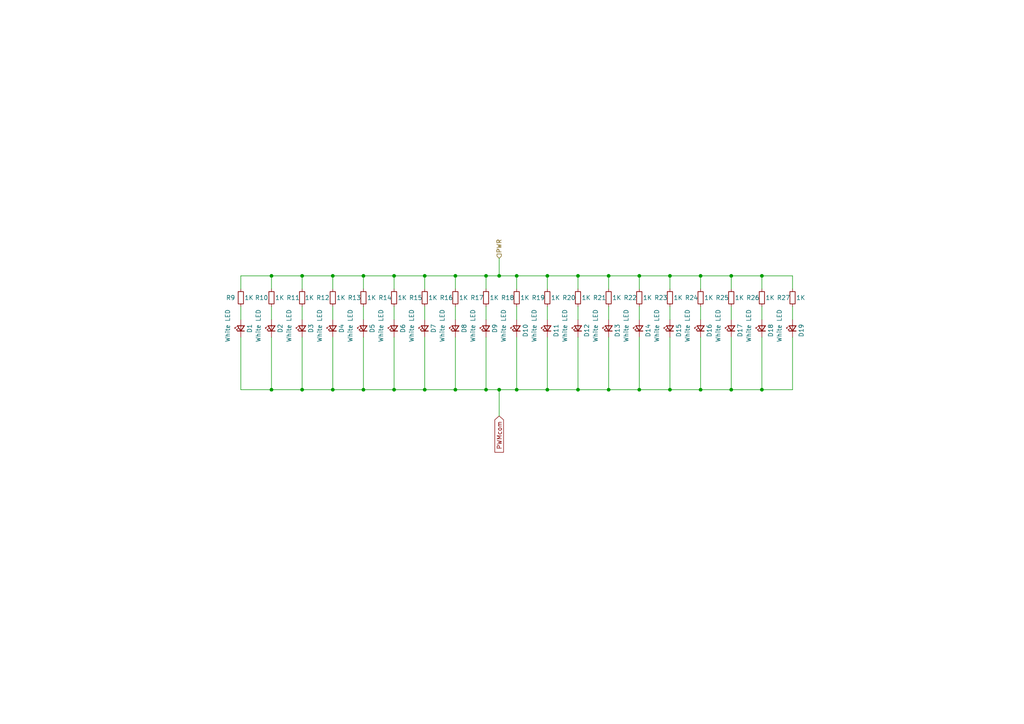
<source format=kicad_sch>
(kicad_sch
	(version 20231120)
	(generator "eeschema")
	(generator_version "8.0")
	(uuid "8bb0044f-7639-436b-bfe7-133e77b53923")
	(paper "A4")
	(title_block
		(title "Backlight for DSKY Keyboard")
		(date "2024-07-03")
		(rev "0.5.x")
		(company "Pablo Ortiz López, Evan MacDonald")
	)
	(lib_symbols
		(symbol "Device:LED_Small"
			(pin_numbers hide)
			(pin_names
				(offset 0.254) hide)
			(exclude_from_sim no)
			(in_bom yes)
			(on_board yes)
			(property "Reference" "D"
				(at -1.27 3.175 0)
				(effects
					(font
						(size 1.27 1.27)
					)
					(justify left)
				)
			)
			(property "Value" "LED_Small"
				(at -4.445 -2.54 0)
				(effects
					(font
						(size 1.27 1.27)
					)
					(justify left)
				)
			)
			(property "Footprint" ""
				(at 0 0 90)
				(effects
					(font
						(size 1.27 1.27)
					)
					(hide yes)
				)
			)
			(property "Datasheet" "~"
				(at 0 0 90)
				(effects
					(font
						(size 1.27 1.27)
					)
					(hide yes)
				)
			)
			(property "Description" "Light emitting diode, small symbol"
				(at 0 0 0)
				(effects
					(font
						(size 1.27 1.27)
					)
					(hide yes)
				)
			)
			(property "ki_keywords" "LED diode light-emitting-diode"
				(at 0 0 0)
				(effects
					(font
						(size 1.27 1.27)
					)
					(hide yes)
				)
			)
			(property "ki_fp_filters" "LED* LED_SMD:* LED_THT:*"
				(at 0 0 0)
				(effects
					(font
						(size 1.27 1.27)
					)
					(hide yes)
				)
			)
			(symbol "LED_Small_0_1"
				(polyline
					(pts
						(xy -0.762 -1.016) (xy -0.762 1.016)
					)
					(stroke
						(width 0.254)
						(type default)
					)
					(fill
						(type none)
					)
				)
				(polyline
					(pts
						(xy 1.016 0) (xy -0.762 0)
					)
					(stroke
						(width 0)
						(type default)
					)
					(fill
						(type none)
					)
				)
				(polyline
					(pts
						(xy 0.762 -1.016) (xy -0.762 0) (xy 0.762 1.016) (xy 0.762 -1.016)
					)
					(stroke
						(width 0.254)
						(type default)
					)
					(fill
						(type none)
					)
				)
				(polyline
					(pts
						(xy 0 0.762) (xy -0.508 1.27) (xy -0.254 1.27) (xy -0.508 1.27) (xy -0.508 1.016)
					)
					(stroke
						(width 0)
						(type default)
					)
					(fill
						(type none)
					)
				)
				(polyline
					(pts
						(xy 0.508 1.27) (xy 0 1.778) (xy 0.254 1.778) (xy 0 1.778) (xy 0 1.524)
					)
					(stroke
						(width 0)
						(type default)
					)
					(fill
						(type none)
					)
				)
			)
			(symbol "LED_Small_1_1"
				(pin passive line
					(at -2.54 0 0)
					(length 1.778)
					(name "K"
						(effects
							(font
								(size 1.27 1.27)
							)
						)
					)
					(number "1"
						(effects
							(font
								(size 1.27 1.27)
							)
						)
					)
				)
				(pin passive line
					(at 2.54 0 180)
					(length 1.778)
					(name "A"
						(effects
							(font
								(size 1.27 1.27)
							)
						)
					)
					(number "2"
						(effects
							(font
								(size 1.27 1.27)
							)
						)
					)
				)
			)
		)
		(symbol "Device:R_Small"
			(pin_numbers hide)
			(pin_names
				(offset 0.254) hide)
			(exclude_from_sim no)
			(in_bom yes)
			(on_board yes)
			(property "Reference" "R"
				(at 0.762 0.508 0)
				(effects
					(font
						(size 1.27 1.27)
					)
					(justify left)
				)
			)
			(property "Value" "R_Small"
				(at 0.762 -1.016 0)
				(effects
					(font
						(size 1.27 1.27)
					)
					(justify left)
				)
			)
			(property "Footprint" ""
				(at 0 0 0)
				(effects
					(font
						(size 1.27 1.27)
					)
					(hide yes)
				)
			)
			(property "Datasheet" "~"
				(at 0 0 0)
				(effects
					(font
						(size 1.27 1.27)
					)
					(hide yes)
				)
			)
			(property "Description" "Resistor, small symbol"
				(at 0 0 0)
				(effects
					(font
						(size 1.27 1.27)
					)
					(hide yes)
				)
			)
			(property "ki_keywords" "R resistor"
				(at 0 0 0)
				(effects
					(font
						(size 1.27 1.27)
					)
					(hide yes)
				)
			)
			(property "ki_fp_filters" "R_*"
				(at 0 0 0)
				(effects
					(font
						(size 1.27 1.27)
					)
					(hide yes)
				)
			)
			(symbol "R_Small_0_1"
				(rectangle
					(start -0.762 1.778)
					(end 0.762 -1.778)
					(stroke
						(width 0.2032)
						(type default)
					)
					(fill
						(type none)
					)
				)
			)
			(symbol "R_Small_1_1"
				(pin passive line
					(at 0 2.54 270)
					(length 0.762)
					(name "~"
						(effects
							(font
								(size 1.27 1.27)
							)
						)
					)
					(number "1"
						(effects
							(font
								(size 1.27 1.27)
							)
						)
					)
				)
				(pin passive line
					(at 0 -2.54 90)
					(length 0.762)
					(name "~"
						(effects
							(font
								(size 1.27 1.27)
							)
						)
					)
					(number "2"
						(effects
							(font
								(size 1.27 1.27)
							)
						)
					)
				)
			)
		)
	)
	(junction
		(at 149.86 80.01)
		(diameter 0)
		(color 0 0 0 0)
		(uuid "04b77c0d-3830-4fd6-8b30-3d04b6ecff4a")
	)
	(junction
		(at 87.63 80.01)
		(diameter 0)
		(color 0 0 0 0)
		(uuid "0a5fbc2f-066f-4d3d-b78a-399d6ded2801")
	)
	(junction
		(at 96.52 80.01)
		(diameter 0)
		(color 0 0 0 0)
		(uuid "1ec78f22-ded4-4ec2-9852-6d9723822468")
	)
	(junction
		(at 203.2 80.01)
		(diameter 0)
		(color 0 0 0 0)
		(uuid "1f26a5b1-0a73-4fb9-970d-82f748b17a55")
	)
	(junction
		(at 140.97 113.03)
		(diameter 0)
		(color 0 0 0 0)
		(uuid "2f3d22fd-4901-4720-810e-595fd12b0795")
	)
	(junction
		(at 140.97 80.01)
		(diameter 0)
		(color 0 0 0 0)
		(uuid "422cd4b3-7be8-43bb-9a25-cfe8e5c904cc")
	)
	(junction
		(at 212.09 80.01)
		(diameter 0)
		(color 0 0 0 0)
		(uuid "4668ed6e-cc57-49e8-a2b8-c3f10fa1de9c")
	)
	(junction
		(at 212.09 113.03)
		(diameter 0)
		(color 0 0 0 0)
		(uuid "4d9b0c26-76e8-4922-a326-f32e32d1e7f9")
	)
	(junction
		(at 114.3 80.01)
		(diameter 0)
		(color 0 0 0 0)
		(uuid "55828bd2-710a-4233-8d7f-041fd404e97a")
	)
	(junction
		(at 176.53 113.03)
		(diameter 0)
		(color 0 0 0 0)
		(uuid "6c48791a-8918-47ce-ad49-5ab6eecaf2be")
	)
	(junction
		(at 123.19 80.01)
		(diameter 0)
		(color 0 0 0 0)
		(uuid "6f7deb7f-063e-49b8-a30e-0400bd03bb88")
	)
	(junction
		(at 194.31 113.03)
		(diameter 0)
		(color 0 0 0 0)
		(uuid "7045bbee-f218-4bc3-b764-b64ef8d50fd5")
	)
	(junction
		(at 123.19 113.03)
		(diameter 0)
		(color 0 0 0 0)
		(uuid "711e5dcd-eecb-448b-adb6-e360006e6bee")
	)
	(junction
		(at 78.74 80.01)
		(diameter 0)
		(color 0 0 0 0)
		(uuid "74089a8b-7328-4c26-9501-1fdf79466418")
	)
	(junction
		(at 167.64 113.03)
		(diameter 0)
		(color 0 0 0 0)
		(uuid "7560bff0-fe10-428f-8dde-98a4e821a20a")
	)
	(junction
		(at 149.86 113.03)
		(diameter 0)
		(color 0 0 0 0)
		(uuid "89521f7b-553f-4f06-b149-f10921c0422a")
	)
	(junction
		(at 185.42 113.03)
		(diameter 0)
		(color 0 0 0 0)
		(uuid "8a0db543-0d83-467a-bb97-786e1cda2591")
	)
	(junction
		(at 96.52 113.03)
		(diameter 0)
		(color 0 0 0 0)
		(uuid "9c01b78f-fb2e-4939-9e40-6308ca8ca318")
	)
	(junction
		(at 105.41 80.01)
		(diameter 0)
		(color 0 0 0 0)
		(uuid "9e929072-baeb-4011-abd5-9d77aec6bd06")
	)
	(junction
		(at 105.41 113.03)
		(diameter 0)
		(color 0 0 0 0)
		(uuid "a067db46-087c-4fa9-b85f-8ae473a1da4d")
	)
	(junction
		(at 114.3 113.03)
		(diameter 0)
		(color 0 0 0 0)
		(uuid "a30939c6-473d-428c-93f1-91a0c88ef254")
	)
	(junction
		(at 158.75 113.03)
		(diameter 0)
		(color 0 0 0 0)
		(uuid "a31fc2b5-56cd-4fcb-b11c-13547c1ebb31")
	)
	(junction
		(at 194.31 80.01)
		(diameter 0)
		(color 0 0 0 0)
		(uuid "a6767055-5217-4f3f-89d1-d32f3f2d0b8f")
	)
	(junction
		(at 144.78 80.01)
		(diameter 0)
		(color 0 0 0 0)
		(uuid "c438592d-c7b3-49db-9e55-68e08c67e3dc")
	)
	(junction
		(at 220.98 80.01)
		(diameter 0)
		(color 0 0 0 0)
		(uuid "c753d6aa-fb2e-4a53-91a7-8cf57bb7c86b")
	)
	(junction
		(at 185.42 80.01)
		(diameter 0)
		(color 0 0 0 0)
		(uuid "cbb3eee3-116a-46f1-8ca8-bcafc4e6389f")
	)
	(junction
		(at 144.78 113.03)
		(diameter 0)
		(color 0 0 0 0)
		(uuid "ce5b23a2-9610-4b44-8e71-7ddd2999896b")
	)
	(junction
		(at 87.63 113.03)
		(diameter 0)
		(color 0 0 0 0)
		(uuid "d4599a55-86ba-4a66-996f-cda6095f16e5")
	)
	(junction
		(at 132.08 113.03)
		(diameter 0)
		(color 0 0 0 0)
		(uuid "d5355b23-aea3-4528-bdf6-6a485112c960")
	)
	(junction
		(at 167.64 80.01)
		(diameter 0)
		(color 0 0 0 0)
		(uuid "d89ed9bb-ce82-4cba-8549-0e75d177fd62")
	)
	(junction
		(at 158.75 80.01)
		(diameter 0)
		(color 0 0 0 0)
		(uuid "e0a3e15b-bddd-426e-8c7e-9ce93c37fcbc")
	)
	(junction
		(at 78.74 113.03)
		(diameter 0)
		(color 0 0 0 0)
		(uuid "e68bdce1-89d2-4662-bf02-f2b7737e3619")
	)
	(junction
		(at 203.2 113.03)
		(diameter 0)
		(color 0 0 0 0)
		(uuid "e6b92132-77e2-4dc7-89ba-b8b6078d0355")
	)
	(junction
		(at 132.08 80.01)
		(diameter 0)
		(color 0 0 0 0)
		(uuid "ea82382d-8105-4fba-b965-9deb4137d41c")
	)
	(junction
		(at 176.53 80.01)
		(diameter 0)
		(color 0 0 0 0)
		(uuid "ebf62e58-bde6-4c2d-9e5d-2b61adb378e5")
	)
	(junction
		(at 220.98 113.03)
		(diameter 0)
		(color 0 0 0 0)
		(uuid "f9549a02-25a9-4adb-83a8-a5974a31d7b0")
	)
	(wire
		(pts
			(xy 167.64 113.03) (xy 158.75 113.03)
		)
		(stroke
			(width 0)
			(type default)
		)
		(uuid "01dce50a-40d8-4eb9-b6a9-93b66a210413")
	)
	(wire
		(pts
			(xy 158.75 83.82) (xy 158.75 80.01)
		)
		(stroke
			(width 0)
			(type default)
		)
		(uuid "025d2c55-84ca-4868-b570-d57ffcd86ce4")
	)
	(wire
		(pts
			(xy 114.3 80.01) (xy 114.3 83.82)
		)
		(stroke
			(width 0)
			(type default)
		)
		(uuid "06c2ff72-3d73-4da8-bdd4-5dc64b1f6383")
	)
	(wire
		(pts
			(xy 96.52 88.9) (xy 96.52 92.71)
		)
		(stroke
			(width 0)
			(type default)
		)
		(uuid "084b3459-613b-4667-b53a-c647c297e0bb")
	)
	(wire
		(pts
			(xy 185.42 80.01) (xy 194.31 80.01)
		)
		(stroke
			(width 0)
			(type default)
		)
		(uuid "0c3ab75c-48ce-4cb2-83b3-f61104402a03")
	)
	(wire
		(pts
			(xy 203.2 113.03) (xy 194.31 113.03)
		)
		(stroke
			(width 0)
			(type default)
		)
		(uuid "0d688bd7-6513-482d-803b-5df376af1e19")
	)
	(wire
		(pts
			(xy 144.78 74.93) (xy 144.78 80.01)
		)
		(stroke
			(width 0)
			(type default)
		)
		(uuid "13f91796-da72-4e04-9923-43fbe2f26489")
	)
	(wire
		(pts
			(xy 185.42 83.82) (xy 185.42 80.01)
		)
		(stroke
			(width 0)
			(type default)
		)
		(uuid "15f0be4f-3423-484d-a596-0ac26d26ac0f")
	)
	(wire
		(pts
			(xy 167.64 80.01) (xy 158.75 80.01)
		)
		(stroke
			(width 0)
			(type default)
		)
		(uuid "16af26cb-6c02-4efa-add7-04e264def702")
	)
	(wire
		(pts
			(xy 140.97 80.01) (xy 144.78 80.01)
		)
		(stroke
			(width 0)
			(type default)
		)
		(uuid "1816b2f8-00bf-4326-b1fb-46c5238e6d22")
	)
	(wire
		(pts
			(xy 220.98 92.71) (xy 220.98 88.9)
		)
		(stroke
			(width 0)
			(type default)
		)
		(uuid "1c109784-6ce2-44dd-89fd-00d5b0f70e4f")
	)
	(wire
		(pts
			(xy 144.78 113.03) (xy 144.78 120.65)
		)
		(stroke
			(width 0)
			(type default)
		)
		(uuid "270c2c4b-01e8-464f-a0c2-d52011648e36")
	)
	(wire
		(pts
			(xy 105.41 80.01) (xy 105.41 83.82)
		)
		(stroke
			(width 0)
			(type default)
		)
		(uuid "287b97f5-7c94-48c1-9f46-b56a4043c122")
	)
	(wire
		(pts
			(xy 132.08 80.01) (xy 123.19 80.01)
		)
		(stroke
			(width 0)
			(type default)
		)
		(uuid "28e727d8-a3db-4e4c-b77b-f9292de1aa92")
	)
	(wire
		(pts
			(xy 194.31 97.79) (xy 194.31 113.03)
		)
		(stroke
			(width 0)
			(type default)
		)
		(uuid "296ad1db-670b-4f58-9b42-fa892f9e44d7")
	)
	(wire
		(pts
			(xy 87.63 88.9) (xy 87.63 92.71)
		)
		(stroke
			(width 0)
			(type default)
		)
		(uuid "29bb604b-ff0e-41bb-a6bf-f3b60d7dc23d")
	)
	(wire
		(pts
			(xy 149.86 92.71) (xy 149.86 88.9)
		)
		(stroke
			(width 0)
			(type default)
		)
		(uuid "30d5acfb-f6c9-4c4c-b9ae-60fb49708712")
	)
	(wire
		(pts
			(xy 123.19 80.01) (xy 114.3 80.01)
		)
		(stroke
			(width 0)
			(type default)
		)
		(uuid "35404528-bd54-4a2b-ae36-cb3757ae83fa")
	)
	(wire
		(pts
			(xy 149.86 97.79) (xy 149.86 113.03)
		)
		(stroke
			(width 0)
			(type default)
		)
		(uuid "36497921-ecba-4229-9f22-30b12a4e7b30")
	)
	(wire
		(pts
			(xy 203.2 97.79) (xy 203.2 113.03)
		)
		(stroke
			(width 0)
			(type default)
		)
		(uuid "387efda8-2ec5-424d-8523-c4a1bc015336")
	)
	(wire
		(pts
			(xy 96.52 80.01) (xy 87.63 80.01)
		)
		(stroke
			(width 0)
			(type default)
		)
		(uuid "3bca2c6e-14ad-4804-a738-d68777b96937")
	)
	(wire
		(pts
			(xy 229.87 92.71) (xy 229.87 88.9)
		)
		(stroke
			(width 0)
			(type default)
		)
		(uuid "3c28c46d-c607-43d4-b33d-c1de89a4d931")
	)
	(wire
		(pts
			(xy 176.53 80.01) (xy 185.42 80.01)
		)
		(stroke
			(width 0)
			(type default)
		)
		(uuid "3e657295-4a6b-47ca-85be-e3d32aab4cc7")
	)
	(wire
		(pts
			(xy 78.74 80.01) (xy 69.85 80.01)
		)
		(stroke
			(width 0)
			(type default)
		)
		(uuid "3e6cd662-d103-4f33-8125-2b1b1bc7b6fc")
	)
	(wire
		(pts
			(xy 149.86 83.82) (xy 149.86 80.01)
		)
		(stroke
			(width 0)
			(type default)
		)
		(uuid "3e6e7a1c-2ede-4672-b741-51666f1dfdea")
	)
	(wire
		(pts
			(xy 220.98 80.01) (xy 212.09 80.01)
		)
		(stroke
			(width 0)
			(type default)
		)
		(uuid "411d9daa-c07f-471e-80ec-9a6130fa9034")
	)
	(wire
		(pts
			(xy 114.3 113.03) (xy 105.41 113.03)
		)
		(stroke
			(width 0)
			(type default)
		)
		(uuid "41bbe0db-373b-459e-89c9-f08f331da3d0")
	)
	(wire
		(pts
			(xy 69.85 80.01) (xy 69.85 83.82)
		)
		(stroke
			(width 0)
			(type default)
		)
		(uuid "47ab66c1-5a59-4e4e-b47c-647723871d86")
	)
	(wire
		(pts
			(xy 229.87 97.79) (xy 229.87 113.03)
		)
		(stroke
			(width 0)
			(type default)
		)
		(uuid "4d2f85d3-9d40-4e61-a064-19b6cf97b5e5")
	)
	(wire
		(pts
			(xy 185.42 113.03) (xy 176.53 113.03)
		)
		(stroke
			(width 0)
			(type default)
		)
		(uuid "4de915fd-281e-4c95-afb1-29139f87061b")
	)
	(wire
		(pts
			(xy 87.63 80.01) (xy 87.63 83.82)
		)
		(stroke
			(width 0)
			(type default)
		)
		(uuid "4f845e44-f302-4f2c-b562-daa82f802b69")
	)
	(wire
		(pts
			(xy 105.41 80.01) (xy 96.52 80.01)
		)
		(stroke
			(width 0)
			(type default)
		)
		(uuid "5b50be9d-8ea7-455d-a585-eac879389bc7")
	)
	(wire
		(pts
			(xy 69.85 113.03) (xy 69.85 97.79)
		)
		(stroke
			(width 0)
			(type default)
		)
		(uuid "5ccbba7d-d1a0-4c76-9ef8-12713cdd18c6")
	)
	(wire
		(pts
			(xy 220.98 97.79) (xy 220.98 113.03)
		)
		(stroke
			(width 0)
			(type default)
		)
		(uuid "608ae540-f47c-40aa-a4ab-88fcc599241c")
	)
	(wire
		(pts
			(xy 176.53 97.79) (xy 176.53 113.03)
		)
		(stroke
			(width 0)
			(type default)
		)
		(uuid "6131bf4a-ea4a-44ef-9ca5-958e75553c62")
	)
	(wire
		(pts
			(xy 194.31 92.71) (xy 194.31 88.9)
		)
		(stroke
			(width 0)
			(type default)
		)
		(uuid "62e1aa30-dbf4-4c16-b7e9-52b591b2dbea")
	)
	(wire
		(pts
			(xy 123.19 80.01) (xy 123.19 83.82)
		)
		(stroke
			(width 0)
			(type default)
		)
		(uuid "6bc7d3e5-8465-4679-ac38-1b212bb1bbdd")
	)
	(wire
		(pts
			(xy 176.53 92.71) (xy 176.53 88.9)
		)
		(stroke
			(width 0)
			(type default)
		)
		(uuid "6fc25b46-f027-4706-b7f7-b70957d41855")
	)
	(wire
		(pts
			(xy 194.31 113.03) (xy 185.42 113.03)
		)
		(stroke
			(width 0)
			(type default)
		)
		(uuid "7346629b-e009-416c-9168-13024029ce92")
	)
	(wire
		(pts
			(xy 158.75 97.79) (xy 158.75 113.03)
		)
		(stroke
			(width 0)
			(type default)
		)
		(uuid "7353e2c0-a8a0-4e10-bcd3-6cbc1ee71f3a")
	)
	(wire
		(pts
			(xy 78.74 97.79) (xy 78.74 113.03)
		)
		(stroke
			(width 0)
			(type default)
		)
		(uuid "74ea9727-84d8-4cce-b8cc-06185612076f")
	)
	(wire
		(pts
			(xy 140.97 113.03) (xy 132.08 113.03)
		)
		(stroke
			(width 0)
			(type default)
		)
		(uuid "77d15487-44f7-47b6-98f4-3e07a1ae5674")
	)
	(wire
		(pts
			(xy 144.78 113.03) (xy 149.86 113.03)
		)
		(stroke
			(width 0)
			(type default)
		)
		(uuid "7bc8d43d-6f94-4aad-8528-89ce3e9c6720")
	)
	(wire
		(pts
			(xy 203.2 92.71) (xy 203.2 88.9)
		)
		(stroke
			(width 0)
			(type default)
		)
		(uuid "7e94e24d-c478-437d-8066-33e5cff738c8")
	)
	(wire
		(pts
			(xy 167.64 97.79) (xy 167.64 113.03)
		)
		(stroke
			(width 0)
			(type default)
		)
		(uuid "7ef6351f-c1eb-4adf-ab81-f890710bdcd5")
	)
	(wire
		(pts
			(xy 87.63 113.03) (xy 78.74 113.03)
		)
		(stroke
			(width 0)
			(type default)
		)
		(uuid "824c7897-86fc-4c57-b4ea-a8159328ec12")
	)
	(wire
		(pts
			(xy 203.2 83.82) (xy 203.2 80.01)
		)
		(stroke
			(width 0)
			(type default)
		)
		(uuid "8b088588-6f4d-4273-bd1a-ecab830a5de6")
	)
	(wire
		(pts
			(xy 212.09 113.03) (xy 220.98 113.03)
		)
		(stroke
			(width 0)
			(type default)
		)
		(uuid "8d4f43b8-ebb9-4695-a32c-348103a4fc48")
	)
	(wire
		(pts
			(xy 105.41 113.03) (xy 96.52 113.03)
		)
		(stroke
			(width 0)
			(type default)
		)
		(uuid "8dfdeee9-0835-46b6-bace-403657c006aa")
	)
	(wire
		(pts
			(xy 176.53 80.01) (xy 167.64 80.01)
		)
		(stroke
			(width 0)
			(type default)
		)
		(uuid "923e73ee-1653-4d7d-afcd-1fe2c5296076")
	)
	(wire
		(pts
			(xy 132.08 88.9) (xy 132.08 92.71)
		)
		(stroke
			(width 0)
			(type default)
		)
		(uuid "939973be-20b0-4a5e-8cb3-50b2dcd564b3")
	)
	(wire
		(pts
			(xy 203.2 80.01) (xy 194.31 80.01)
		)
		(stroke
			(width 0)
			(type default)
		)
		(uuid "9437db8b-cfcd-43f7-974b-a0ed60887cc3")
	)
	(wire
		(pts
			(xy 78.74 88.9) (xy 78.74 92.71)
		)
		(stroke
			(width 0)
			(type default)
		)
		(uuid "947fc0fc-a8f2-4990-a4cf-198990658f0d")
	)
	(wire
		(pts
			(xy 123.19 113.03) (xy 132.08 113.03)
		)
		(stroke
			(width 0)
			(type default)
		)
		(uuid "94badde3-9535-43bf-91b3-55e5eea51c54")
	)
	(wire
		(pts
			(xy 144.78 80.01) (xy 149.86 80.01)
		)
		(stroke
			(width 0)
			(type default)
		)
		(uuid "9d179b5e-fc2e-4b9a-a58b-be072ca01c84")
	)
	(wire
		(pts
			(xy 87.63 80.01) (xy 78.74 80.01)
		)
		(stroke
			(width 0)
			(type default)
		)
		(uuid "a14579b9-9935-4864-bb9c-1c93f5c451db")
	)
	(wire
		(pts
			(xy 69.85 88.9) (xy 69.85 92.71)
		)
		(stroke
			(width 0)
			(type default)
		)
		(uuid "a5163670-7e71-4347-a8b8-b85123a28869")
	)
	(wire
		(pts
			(xy 167.64 83.82) (xy 167.64 80.01)
		)
		(stroke
			(width 0)
			(type default)
		)
		(uuid "a60c315c-53bb-4da5-9b5c-b5096e3d4f21")
	)
	(wire
		(pts
			(xy 87.63 97.79) (xy 87.63 113.03)
		)
		(stroke
			(width 0)
			(type default)
		)
		(uuid "a8cce654-b6bc-4ae4-af62-05d06679e231")
	)
	(wire
		(pts
			(xy 140.97 113.03) (xy 144.78 113.03)
		)
		(stroke
			(width 0)
			(type default)
		)
		(uuid "a8d29c71-ca3b-46ab-9aa0-5a90ad5ff45f")
	)
	(wire
		(pts
			(xy 132.08 80.01) (xy 132.08 83.82)
		)
		(stroke
			(width 0)
			(type default)
		)
		(uuid "ab0aeca6-07b6-4f69-920c-8ca02dac31f8")
	)
	(wire
		(pts
			(xy 96.52 97.79) (xy 96.52 113.03)
		)
		(stroke
			(width 0)
			(type default)
		)
		(uuid "ac47f6af-0b39-4ec7-a448-edff70c6145d")
	)
	(wire
		(pts
			(xy 123.19 113.03) (xy 114.3 113.03)
		)
		(stroke
			(width 0)
			(type default)
		)
		(uuid "ace5a7f2-c79e-47aa-a9cc-c7eca2816838")
	)
	(wire
		(pts
			(xy 158.75 80.01) (xy 149.86 80.01)
		)
		(stroke
			(width 0)
			(type default)
		)
		(uuid "b02e8d80-0397-4b17-ae8c-c4efbcefa713")
	)
	(wire
		(pts
			(xy 158.75 113.03) (xy 149.86 113.03)
		)
		(stroke
			(width 0)
			(type default)
		)
		(uuid "b1fb8c09-9479-478e-aa1e-313877244cb4")
	)
	(wire
		(pts
			(xy 185.42 97.79) (xy 185.42 113.03)
		)
		(stroke
			(width 0)
			(type default)
		)
		(uuid "b54cb29b-07fb-4073-98bc-ffbc49b5229a")
	)
	(wire
		(pts
			(xy 212.09 113.03) (xy 203.2 113.03)
		)
		(stroke
			(width 0)
			(type default)
		)
		(uuid "b7dd5124-f4d3-4118-9c45-2feff4bba95f")
	)
	(wire
		(pts
			(xy 123.19 97.79) (xy 123.19 113.03)
		)
		(stroke
			(width 0)
			(type default)
		)
		(uuid "b94e9c94-847d-473f-82ae-010c5a760ae8")
	)
	(wire
		(pts
			(xy 78.74 80.01) (xy 78.74 83.82)
		)
		(stroke
			(width 0)
			(type default)
		)
		(uuid "baaee2fe-b180-49a0-90f7-6e62476efb42")
	)
	(wire
		(pts
			(xy 229.87 83.82) (xy 229.87 80.01)
		)
		(stroke
			(width 0)
			(type default)
		)
		(uuid "bb269cbd-f188-4709-be60-9c2e06f4a82a")
	)
	(wire
		(pts
			(xy 203.2 80.01) (xy 212.09 80.01)
		)
		(stroke
			(width 0)
			(type default)
		)
		(uuid "bd9e1eda-a7b0-4a50-8d58-8930d1b64ad5")
	)
	(wire
		(pts
			(xy 140.97 80.01) (xy 132.08 80.01)
		)
		(stroke
			(width 0)
			(type default)
		)
		(uuid "c016038a-5d05-4ac5-b32f-2d34c9bfd3cc")
	)
	(wire
		(pts
			(xy 132.08 97.79) (xy 132.08 113.03)
		)
		(stroke
			(width 0)
			(type default)
		)
		(uuid "c619ea68-e795-40db-82c3-df86e1ba8b9f")
	)
	(wire
		(pts
			(xy 176.53 113.03) (xy 167.64 113.03)
		)
		(stroke
			(width 0)
			(type default)
		)
		(uuid "c65344aa-dacb-45e5-92e6-a9bee3ad0334")
	)
	(wire
		(pts
			(xy 105.41 97.79) (xy 105.41 113.03)
		)
		(stroke
			(width 0)
			(type default)
		)
		(uuid "c767b022-6249-47be-9872-73ae347aa27e")
	)
	(wire
		(pts
			(xy 229.87 80.01) (xy 220.98 80.01)
		)
		(stroke
			(width 0)
			(type default)
		)
		(uuid "c99ebd49-9cb9-460f-b2df-f9c1d93d13dd")
	)
	(wire
		(pts
			(xy 176.53 83.82) (xy 176.53 80.01)
		)
		(stroke
			(width 0)
			(type default)
		)
		(uuid "cfc01d6f-4c05-4c63-83f8-c2d22a69f738")
	)
	(wire
		(pts
			(xy 114.3 80.01) (xy 105.41 80.01)
		)
		(stroke
			(width 0)
			(type default)
		)
		(uuid "cfefb78f-10ad-4887-a78c-4c73635d17c2")
	)
	(wire
		(pts
			(xy 105.41 88.9) (xy 105.41 92.71)
		)
		(stroke
			(width 0)
			(type default)
		)
		(uuid "d0c5aa0c-95e4-4160-a58a-86898ebd95c8")
	)
	(wire
		(pts
			(xy 212.09 97.79) (xy 212.09 113.03)
		)
		(stroke
			(width 0)
			(type default)
		)
		(uuid "d5936f40-0ef7-49b5-b9d3-243b28193e5b")
	)
	(wire
		(pts
			(xy 212.09 83.82) (xy 212.09 80.01)
		)
		(stroke
			(width 0)
			(type default)
		)
		(uuid "d60b3989-9ce0-410f-b7a1-927e5ea69dde")
	)
	(wire
		(pts
			(xy 140.97 97.79) (xy 140.97 113.03)
		)
		(stroke
			(width 0)
			(type default)
		)
		(uuid "d7db2be5-810d-4caa-a935-802df13a1c97")
	)
	(wire
		(pts
			(xy 158.75 92.71) (xy 158.75 88.9)
		)
		(stroke
			(width 0)
			(type default)
		)
		(uuid "d9eacc07-e517-4b0e-94fe-fb6a0260a990")
	)
	(wire
		(pts
			(xy 114.3 97.79) (xy 114.3 113.03)
		)
		(stroke
			(width 0)
			(type default)
		)
		(uuid "da78767a-f26c-41af-9401-570caabcc3a6")
	)
	(wire
		(pts
			(xy 220.98 113.03) (xy 229.87 113.03)
		)
		(stroke
			(width 0)
			(type default)
		)
		(uuid "e0d3d0f0-0157-4114-85d4-a555664442b8")
	)
	(wire
		(pts
			(xy 114.3 88.9) (xy 114.3 92.71)
		)
		(stroke
			(width 0)
			(type default)
		)
		(uuid "e13a2d12-6106-4085-b8cd-84392652dc96")
	)
	(wire
		(pts
			(xy 212.09 92.71) (xy 212.09 88.9)
		)
		(stroke
			(width 0)
			(type default)
		)
		(uuid "e38692ca-1d4b-4dbc-bc8c-003595b8c7e0")
	)
	(wire
		(pts
			(xy 140.97 80.01) (xy 140.97 83.82)
		)
		(stroke
			(width 0)
			(type default)
		)
		(uuid "e6da1fb1-c205-4075-9de5-9caf7baec29f")
	)
	(wire
		(pts
			(xy 78.74 113.03) (xy 69.85 113.03)
		)
		(stroke
			(width 0)
			(type default)
		)
		(uuid "e9a01501-ee63-4f67-9cd7-268251d7e2a1")
	)
	(wire
		(pts
			(xy 220.98 83.82) (xy 220.98 80.01)
		)
		(stroke
			(width 0)
			(type default)
		)
		(uuid "edae2a43-c5a2-4f60-a4fc-c49a3d63e709")
	)
	(wire
		(pts
			(xy 185.42 92.71) (xy 185.42 88.9)
		)
		(stroke
			(width 0)
			(type default)
		)
		(uuid "f13c2899-4618-4912-a53b-6c5481e99219")
	)
	(wire
		(pts
			(xy 194.31 83.82) (xy 194.31 80.01)
		)
		(stroke
			(width 0)
			(type default)
		)
		(uuid "f2069781-9eb8-467e-89d8-9d2f96875a9b")
	)
	(wire
		(pts
			(xy 167.64 92.71) (xy 167.64 88.9)
		)
		(stroke
			(width 0)
			(type default)
		)
		(uuid "f2248840-6ab9-4836-a3b5-16a0e853d00a")
	)
	(wire
		(pts
			(xy 96.52 80.01) (xy 96.52 83.82)
		)
		(stroke
			(width 0)
			(type default)
		)
		(uuid "f4867125-6046-4b30-b606-c386863ccef4")
	)
	(wire
		(pts
			(xy 96.52 113.03) (xy 87.63 113.03)
		)
		(stroke
			(width 0)
			(type default)
		)
		(uuid "f4ead942-5742-4f3f-999f-7e43faa93da4")
	)
	(wire
		(pts
			(xy 123.19 88.9) (xy 123.19 92.71)
		)
		(stroke
			(width 0)
			(type default)
		)
		(uuid "f717e687-5013-4e36-9595-49517118913e")
	)
	(wire
		(pts
			(xy 140.97 88.9) (xy 140.97 92.71)
		)
		(stroke
			(width 0)
			(type default)
		)
		(uuid "f7f117bc-e44d-4e40-88fb-c423d0aa6fb8")
	)
	(global_label "PWMcom"
		(shape input)
		(at 144.78 120.65 270)
		(fields_autoplaced yes)
		(effects
			(font
				(size 1.27 1.27)
			)
			(justify right)
		)
		(uuid "72a7932c-91a5-4341-8a22-9b490ad0e6aa")
		(property "Intersheetrefs" "${INTERSHEET_REFS}"
			(at 144.78 131.7389 90)
			(effects
				(font
					(size 1.27 1.27)
				)
				(justify right)
				(hide yes)
			)
		)
	)
	(hierarchical_label "PWR"
		(shape input)
		(at 144.78 74.93 90)
		(fields_autoplaced yes)
		(effects
			(font
				(size 1.27 1.27)
			)
			(justify left)
		)
		(uuid "dbcf32d0-705c-4ef3-82b5-a0be8d6f05ea")
	)
	(symbol
		(lib_id "Device:LED_Small")
		(at 203.2 95.25 90)
		(unit 1)
		(exclude_from_sim no)
		(in_bom yes)
		(on_board yes)
		(dnp no)
		(uuid "08ab23ee-d698-4202-be8a-c232e38b1eb6")
		(property "Reference" "D16"
			(at 205.74 93.9164 0)
			(effects
				(font
					(size 1.27 1.27)
				)
				(justify right)
			)
		)
		(property "Value" "White LED"
			(at 199.39 89.662 0)
			(effects
				(font
					(size 1.27 1.27)
				)
				(justify right)
			)
		)
		(property "Footprint" "Switch_Misc:MX-LED-PolarityMarked"
			(at 203.2 95.25 90)
			(effects
				(font
					(size 1.27 1.27)
				)
				(hide yes)
			)
		)
		(property "Datasheet" "~"
			(at 203.2 95.25 90)
			(effects
				(font
					(size 1.27 1.27)
				)
				(hide yes)
			)
		)
		(property "Description" "Light emitting diode, small symbol"
			(at 203.2 95.25 0)
			(effects
				(font
					(size 1.27 1.27)
				)
				(hide yes)
			)
		)
		(pin "2"
			(uuid "3216ba02-a84e-4be6-a8f7-b60b170ea52f")
		)
		(pin "1"
			(uuid "15d3d783-f09e-422f-ae92-f1561e23fbed")
		)
		(instances
			(project "Single_board"
				(path "/f30854c1-5bc2-470d-aabe-1768a5b01b46/6de8313f-adfc-4236-b602-98157f8335d8"
					(reference "D16")
					(unit 1)
				)
			)
		)
	)
	(symbol
		(lib_id "Device:R_Small")
		(at 78.74 86.36 0)
		(unit 1)
		(exclude_from_sim no)
		(in_bom yes)
		(on_board yes)
		(dnp no)
		(uuid "153b4f9b-b36c-4464-bba9-fe1c6d5d1fca")
		(property "Reference" "R10"
			(at 73.914 86.36 0)
			(effects
				(font
					(size 1.27 1.27)
				)
				(justify left)
			)
		)
		(property "Value" "1K"
			(at 79.756 86.36 0)
			(effects
				(font
					(size 1.27 1.27)
				)
				(justify left)
			)
		)
		(property "Footprint" "Resistor_SMD:R_1206_3216Metric"
			(at 78.74 86.36 0)
			(effects
				(font
					(size 1.27 1.27)
				)
				(hide yes)
			)
		)
		(property "Datasheet" "~"
			(at 78.74 86.36 0)
			(effects
				(font
					(size 1.27 1.27)
				)
				(hide yes)
			)
		)
		(property "Description" "Resistor, small symbol"
			(at 78.74 86.36 0)
			(effects
				(font
					(size 1.27 1.27)
				)
				(hide yes)
			)
		)
		(pin "2"
			(uuid "1b2d0708-e23a-4bab-ae44-99b3db6ca334")
		)
		(pin "1"
			(uuid "fe3c6ead-1af9-4d81-9960-9b0d7e419265")
		)
		(instances
			(project "Single_board"
				(path "/f30854c1-5bc2-470d-aabe-1768a5b01b46/6de8313f-adfc-4236-b602-98157f8335d8"
					(reference "R10")
					(unit 1)
				)
			)
		)
	)
	(symbol
		(lib_id "Device:R_Small")
		(at 149.86 86.36 0)
		(unit 1)
		(exclude_from_sim no)
		(in_bom yes)
		(on_board yes)
		(dnp no)
		(uuid "1dafb4ba-40f3-418d-ba4b-d05421b6f996")
		(property "Reference" "R18"
			(at 145.288 86.36 0)
			(effects
				(font
					(size 1.27 1.27)
				)
				(justify left)
			)
		)
		(property "Value" "1K"
			(at 150.876 86.36 0)
			(effects
				(font
					(size 1.27 1.27)
				)
				(justify left)
			)
		)
		(property "Footprint" "Resistor_SMD:R_1206_3216Metric"
			(at 149.86 86.36 0)
			(effects
				(font
					(size 1.27 1.27)
				)
				(hide yes)
			)
		)
		(property "Datasheet" "~"
			(at 149.86 86.36 0)
			(effects
				(font
					(size 1.27 1.27)
				)
				(hide yes)
			)
		)
		(property "Description" "Resistor, small symbol"
			(at 149.86 86.36 0)
			(effects
				(font
					(size 1.27 1.27)
				)
				(hide yes)
			)
		)
		(pin "2"
			(uuid "6629b5cc-2157-4cfe-b3e2-f8875e48a09b")
		)
		(pin "1"
			(uuid "5728abf1-fdf4-4074-aa68-1435dd62c442")
		)
		(instances
			(project "Single_board"
				(path "/f30854c1-5bc2-470d-aabe-1768a5b01b46/6de8313f-adfc-4236-b602-98157f8335d8"
					(reference "R18")
					(unit 1)
				)
			)
		)
	)
	(symbol
		(lib_id "Device:LED_Small")
		(at 114.3 95.25 90)
		(unit 1)
		(exclude_from_sim no)
		(in_bom yes)
		(on_board yes)
		(dnp no)
		(uuid "1dd3b310-adf1-4250-8349-3706b82a745b")
		(property "Reference" "D6"
			(at 116.84 93.9164 0)
			(effects
				(font
					(size 1.27 1.27)
				)
				(justify right)
			)
		)
		(property "Value" "White LED"
			(at 110.49 89.662 0)
			(effects
				(font
					(size 1.27 1.27)
				)
				(justify right)
			)
		)
		(property "Footprint" "Switch_Misc:MX-LED-PolarityMarked"
			(at 114.3 95.25 90)
			(effects
				(font
					(size 1.27 1.27)
				)
				(hide yes)
			)
		)
		(property "Datasheet" "~"
			(at 114.3 95.25 90)
			(effects
				(font
					(size 1.27 1.27)
				)
				(hide yes)
			)
		)
		(property "Description" "Light emitting diode, small symbol"
			(at 114.3 95.25 0)
			(effects
				(font
					(size 1.27 1.27)
				)
				(hide yes)
			)
		)
		(pin "2"
			(uuid "a0ae896b-1f31-4186-9434-71dea22df7ef")
		)
		(pin "1"
			(uuid "eddc9759-59f8-4441-90ec-1d32c4f71dda")
		)
		(instances
			(project "Single_board"
				(path "/f30854c1-5bc2-470d-aabe-1768a5b01b46/6de8313f-adfc-4236-b602-98157f8335d8"
					(reference "D6")
					(unit 1)
				)
			)
		)
	)
	(symbol
		(lib_id "Device:LED_Small")
		(at 194.31 95.25 90)
		(unit 1)
		(exclude_from_sim no)
		(in_bom yes)
		(on_board yes)
		(dnp no)
		(uuid "2a43e7d8-f238-417d-bf2c-42400870619e")
		(property "Reference" "D15"
			(at 196.85 93.9164 0)
			(effects
				(font
					(size 1.27 1.27)
				)
				(justify right)
			)
		)
		(property "Value" "White LED"
			(at 190.5 89.662 0)
			(effects
				(font
					(size 1.27 1.27)
				)
				(justify right)
			)
		)
		(property "Footprint" "Switch_Misc:MX-LED-PolarityMarked"
			(at 194.31 95.25 90)
			(effects
				(font
					(size 1.27 1.27)
				)
				(hide yes)
			)
		)
		(property "Datasheet" "~"
			(at 194.31 95.25 90)
			(effects
				(font
					(size 1.27 1.27)
				)
				(hide yes)
			)
		)
		(property "Description" "Light emitting diode, small symbol"
			(at 194.31 95.25 0)
			(effects
				(font
					(size 1.27 1.27)
				)
				(hide yes)
			)
		)
		(pin "2"
			(uuid "93b8b665-1391-4ecd-8d06-804a9287a89d")
		)
		(pin "1"
			(uuid "b06b8503-fbd5-4ce1-93b7-efafe6f191d8")
		)
		(instances
			(project "Single_board"
				(path "/f30854c1-5bc2-470d-aabe-1768a5b01b46/6de8313f-adfc-4236-b602-98157f8335d8"
					(reference "D15")
					(unit 1)
				)
			)
		)
	)
	(symbol
		(lib_id "Device:R_Small")
		(at 212.09 86.36 0)
		(unit 1)
		(exclude_from_sim no)
		(in_bom yes)
		(on_board yes)
		(dnp no)
		(uuid "2d16c02f-8f92-4982-811c-a6e90182ab5a")
		(property "Reference" "R25"
			(at 207.518 86.36 0)
			(effects
				(font
					(size 1.27 1.27)
				)
				(justify left)
			)
		)
		(property "Value" "1K"
			(at 213.106 86.36 0)
			(effects
				(font
					(size 1.27 1.27)
				)
				(justify left)
			)
		)
		(property "Footprint" "Resistor_SMD:R_1206_3216Metric"
			(at 212.09 86.36 0)
			(effects
				(font
					(size 1.27 1.27)
				)
				(hide yes)
			)
		)
		(property "Datasheet" "~"
			(at 212.09 86.36 0)
			(effects
				(font
					(size 1.27 1.27)
				)
				(hide yes)
			)
		)
		(property "Description" "Resistor, small symbol"
			(at 212.09 86.36 0)
			(effects
				(font
					(size 1.27 1.27)
				)
				(hide yes)
			)
		)
		(pin "2"
			(uuid "9eecb116-d2ee-49e4-89af-cd6bdc533f0b")
		)
		(pin "1"
			(uuid "c2370282-0f0d-4fa4-b8a0-4c9571928a52")
		)
		(instances
			(project "Single_board"
				(path "/f30854c1-5bc2-470d-aabe-1768a5b01b46/6de8313f-adfc-4236-b602-98157f8335d8"
					(reference "R25")
					(unit 1)
				)
			)
		)
	)
	(symbol
		(lib_id "Device:LED_Small")
		(at 96.52 95.25 90)
		(unit 1)
		(exclude_from_sim no)
		(in_bom yes)
		(on_board yes)
		(dnp no)
		(uuid "2fa45499-30a9-46eb-a030-399eb86381bf")
		(property "Reference" "D4"
			(at 99.06 93.9164 0)
			(effects
				(font
					(size 1.27 1.27)
				)
				(justify right)
			)
		)
		(property "Value" "White LED"
			(at 92.71 89.662 0)
			(effects
				(font
					(size 1.27 1.27)
				)
				(justify right)
			)
		)
		(property "Footprint" "Switch_Misc:MX-LED-PolarityMarked"
			(at 96.52 95.25 90)
			(effects
				(font
					(size 1.27 1.27)
				)
				(hide yes)
			)
		)
		(property "Datasheet" "~"
			(at 96.52 95.25 90)
			(effects
				(font
					(size 1.27 1.27)
				)
				(hide yes)
			)
		)
		(property "Description" "Light emitting diode, small symbol"
			(at 96.52 95.25 0)
			(effects
				(font
					(size 1.27 1.27)
				)
				(hide yes)
			)
		)
		(pin "2"
			(uuid "a20d20e4-b55d-4c5f-8e6b-d734a4458454")
		)
		(pin "1"
			(uuid "079d6f54-df66-4cd5-8311-6dd06fe9ca49")
		)
		(instances
			(project "Single_board"
				(path "/f30854c1-5bc2-470d-aabe-1768a5b01b46/6de8313f-adfc-4236-b602-98157f8335d8"
					(reference "D4")
					(unit 1)
				)
			)
		)
	)
	(symbol
		(lib_id "Device:LED_Small")
		(at 123.19 95.25 90)
		(unit 1)
		(exclude_from_sim no)
		(in_bom yes)
		(on_board yes)
		(dnp no)
		(uuid "348fae10-65b3-40e1-bb27-bf0b7ad95092")
		(property "Reference" "D7"
			(at 125.73 93.9164 0)
			(effects
				(font
					(size 1.27 1.27)
				)
				(justify right)
			)
		)
		(property "Value" "White LED"
			(at 119.38 89.662 0)
			(effects
				(font
					(size 1.27 1.27)
				)
				(justify right)
			)
		)
		(property "Footprint" "Switch_Misc:MX-LED-PolarityMarked"
			(at 123.19 95.25 90)
			(effects
				(font
					(size 1.27 1.27)
				)
				(hide yes)
			)
		)
		(property "Datasheet" "~"
			(at 123.19 95.25 90)
			(effects
				(font
					(size 1.27 1.27)
				)
				(hide yes)
			)
		)
		(property "Description" "Light emitting diode, small symbol"
			(at 123.19 95.25 0)
			(effects
				(font
					(size 1.27 1.27)
				)
				(hide yes)
			)
		)
		(pin "2"
			(uuid "35a6777f-8e68-457c-bc51-6c915a065abe")
		)
		(pin "1"
			(uuid "af5bd136-7c52-4c6e-916f-b4995bea7465")
		)
		(instances
			(project "Single_board"
				(path "/f30854c1-5bc2-470d-aabe-1768a5b01b46/6de8313f-adfc-4236-b602-98157f8335d8"
					(reference "D7")
					(unit 1)
				)
			)
		)
	)
	(symbol
		(lib_id "Device:R_Small")
		(at 114.3 86.36 0)
		(unit 1)
		(exclude_from_sim no)
		(in_bom yes)
		(on_board yes)
		(dnp no)
		(uuid "357e1f91-8b89-49dc-a5d5-8fbb7038c14d")
		(property "Reference" "R14"
			(at 109.728 86.36 0)
			(effects
				(font
					(size 1.27 1.27)
				)
				(justify left)
			)
		)
		(property "Value" "1K"
			(at 115.316 86.36 0)
			(effects
				(font
					(size 1.27 1.27)
				)
				(justify left)
			)
		)
		(property "Footprint" "Resistor_SMD:R_1206_3216Metric"
			(at 114.3 86.36 0)
			(effects
				(font
					(size 1.27 1.27)
				)
				(hide yes)
			)
		)
		(property "Datasheet" "~"
			(at 114.3 86.36 0)
			(effects
				(font
					(size 1.27 1.27)
				)
				(hide yes)
			)
		)
		(property "Description" "Resistor, small symbol"
			(at 114.3 86.36 0)
			(effects
				(font
					(size 1.27 1.27)
				)
				(hide yes)
			)
		)
		(pin "2"
			(uuid "e2af617d-47bb-4396-ae8b-91a657b7a61e")
		)
		(pin "1"
			(uuid "335fbf29-7c62-49af-8841-6b1cabe0a445")
		)
		(instances
			(project "Single_board"
				(path "/f30854c1-5bc2-470d-aabe-1768a5b01b46/6de8313f-adfc-4236-b602-98157f8335d8"
					(reference "R14")
					(unit 1)
				)
			)
		)
	)
	(symbol
		(lib_id "Device:R_Small")
		(at 167.64 86.36 0)
		(unit 1)
		(exclude_from_sim no)
		(in_bom yes)
		(on_board yes)
		(dnp no)
		(uuid "37458d86-ab00-43ac-8d61-aa91bc71f6ce")
		(property "Reference" "R20"
			(at 163.068 86.36 0)
			(effects
				(font
					(size 1.27 1.27)
				)
				(justify left)
			)
		)
		(property "Value" "1K"
			(at 168.656 86.36 0)
			(effects
				(font
					(size 1.27 1.27)
				)
				(justify left)
			)
		)
		(property "Footprint" "Resistor_SMD:R_1206_3216Metric"
			(at 167.64 86.36 0)
			(effects
				(font
					(size 1.27 1.27)
				)
				(hide yes)
			)
		)
		(property "Datasheet" "~"
			(at 167.64 86.36 0)
			(effects
				(font
					(size 1.27 1.27)
				)
				(hide yes)
			)
		)
		(property "Description" "Resistor, small symbol"
			(at 167.64 86.36 0)
			(effects
				(font
					(size 1.27 1.27)
				)
				(hide yes)
			)
		)
		(pin "2"
			(uuid "b4129151-f18d-40fb-8433-cdb3cb33aae4")
		)
		(pin "1"
			(uuid "b90fd28a-a487-475e-adad-c36214ecc11c")
		)
		(instances
			(project "Single_board"
				(path "/f30854c1-5bc2-470d-aabe-1768a5b01b46/6de8313f-adfc-4236-b602-98157f8335d8"
					(reference "R20")
					(unit 1)
				)
			)
		)
	)
	(symbol
		(lib_id "Device:R_Small")
		(at 105.41 86.36 0)
		(unit 1)
		(exclude_from_sim no)
		(in_bom yes)
		(on_board yes)
		(dnp no)
		(uuid "37eccd43-2572-40e8-80fe-89bcfffb2e02")
		(property "Reference" "R13"
			(at 100.838 86.36 0)
			(effects
				(font
					(size 1.27 1.27)
				)
				(justify left)
			)
		)
		(property "Value" "1K"
			(at 106.426 86.36 0)
			(effects
				(font
					(size 1.27 1.27)
				)
				(justify left)
			)
		)
		(property "Footprint" "Resistor_SMD:R_1206_3216Metric"
			(at 105.41 86.36 0)
			(effects
				(font
					(size 1.27 1.27)
				)
				(hide yes)
			)
		)
		(property "Datasheet" "~"
			(at 105.41 86.36 0)
			(effects
				(font
					(size 1.27 1.27)
				)
				(hide yes)
			)
		)
		(property "Description" "Resistor, small symbol"
			(at 105.41 86.36 0)
			(effects
				(font
					(size 1.27 1.27)
				)
				(hide yes)
			)
		)
		(pin "2"
			(uuid "181fe406-5ef4-4fcb-9e9b-bf4535775da7")
		)
		(pin "1"
			(uuid "a337449f-bbd5-48f1-908f-5697fd2ca76b")
		)
		(instances
			(project "Single_board"
				(path "/f30854c1-5bc2-470d-aabe-1768a5b01b46/6de8313f-adfc-4236-b602-98157f8335d8"
					(reference "R13")
					(unit 1)
				)
			)
		)
	)
	(symbol
		(lib_id "Device:R_Small")
		(at 194.31 86.36 0)
		(unit 1)
		(exclude_from_sim no)
		(in_bom yes)
		(on_board yes)
		(dnp no)
		(uuid "3875d4f0-a52b-4ec6-b4fb-5e58db62a19b")
		(property "Reference" "R23"
			(at 189.738 86.36 0)
			(effects
				(font
					(size 1.27 1.27)
				)
				(justify left)
			)
		)
		(property "Value" "1K"
			(at 195.326 86.36 0)
			(effects
				(font
					(size 1.27 1.27)
				)
				(justify left)
			)
		)
		(property "Footprint" "Resistor_SMD:R_1206_3216Metric"
			(at 194.31 86.36 0)
			(effects
				(font
					(size 1.27 1.27)
				)
				(hide yes)
			)
		)
		(property "Datasheet" "~"
			(at 194.31 86.36 0)
			(effects
				(font
					(size 1.27 1.27)
				)
				(hide yes)
			)
		)
		(property "Description" "Resistor, small symbol"
			(at 194.31 86.36 0)
			(effects
				(font
					(size 1.27 1.27)
				)
				(hide yes)
			)
		)
		(pin "2"
			(uuid "8c84fc07-65cb-4eec-9f2a-b4a72eeea2fa")
		)
		(pin "1"
			(uuid "df7d5534-983f-44c4-aaf4-53a07c15b4d8")
		)
		(instances
			(project "Single_board"
				(path "/f30854c1-5bc2-470d-aabe-1768a5b01b46/6de8313f-adfc-4236-b602-98157f8335d8"
					(reference "R23")
					(unit 1)
				)
			)
		)
	)
	(symbol
		(lib_id "Device:LED_Small")
		(at 78.74 95.25 90)
		(unit 1)
		(exclude_from_sim no)
		(in_bom yes)
		(on_board yes)
		(dnp no)
		(uuid "44033461-8bec-4e68-a0fb-aa84343ec56f")
		(property "Reference" "D2"
			(at 81.28 93.9164 0)
			(effects
				(font
					(size 1.27 1.27)
				)
				(justify right)
			)
		)
		(property "Value" "White LED"
			(at 74.93 89.662 0)
			(effects
				(font
					(size 1.27 1.27)
				)
				(justify right)
			)
		)
		(property "Footprint" "Switch_Misc:MX-LED-PolarityMarked"
			(at 78.74 95.25 90)
			(effects
				(font
					(size 1.27 1.27)
				)
				(hide yes)
			)
		)
		(property "Datasheet" "~"
			(at 78.74 95.25 90)
			(effects
				(font
					(size 1.27 1.27)
				)
				(hide yes)
			)
		)
		(property "Description" "Light emitting diode, small symbol"
			(at 78.74 95.25 0)
			(effects
				(font
					(size 1.27 1.27)
				)
				(hide yes)
			)
		)
		(pin "2"
			(uuid "2d24026a-3590-43f8-a23b-cc7b77743b6e")
		)
		(pin "1"
			(uuid "4751a150-ec0a-4699-8fba-38d750b6aa6a")
		)
		(instances
			(project "Single_board"
				(path "/f30854c1-5bc2-470d-aabe-1768a5b01b46/6de8313f-adfc-4236-b602-98157f8335d8"
					(reference "D2")
					(unit 1)
				)
			)
		)
	)
	(symbol
		(lib_id "Device:R_Small")
		(at 229.87 86.36 0)
		(unit 1)
		(exclude_from_sim no)
		(in_bom yes)
		(on_board yes)
		(dnp no)
		(uuid "451a55ee-5175-4f22-bba2-480c9a4ebba0")
		(property "Reference" "R27"
			(at 225.298 86.36 0)
			(effects
				(font
					(size 1.27 1.27)
				)
				(justify left)
			)
		)
		(property "Value" "1K"
			(at 230.886 86.36 0)
			(effects
				(font
					(size 1.27 1.27)
				)
				(justify left)
			)
		)
		(property "Footprint" "Resistor_SMD:R_1206_3216Metric"
			(at 229.87 86.36 0)
			(effects
				(font
					(size 1.27 1.27)
				)
				(hide yes)
			)
		)
		(property "Datasheet" "~"
			(at 229.87 86.36 0)
			(effects
				(font
					(size 1.27 1.27)
				)
				(hide yes)
			)
		)
		(property "Description" "Resistor, small symbol"
			(at 229.87 86.36 0)
			(effects
				(font
					(size 1.27 1.27)
				)
				(hide yes)
			)
		)
		(pin "2"
			(uuid "181c6bd2-19b4-448c-abcb-50aae764e041")
		)
		(pin "1"
			(uuid "5b1170a5-f13a-40f2-8a2e-180767eacab2")
		)
		(instances
			(project "Single_board"
				(path "/f30854c1-5bc2-470d-aabe-1768a5b01b46/6de8313f-adfc-4236-b602-98157f8335d8"
					(reference "R27")
					(unit 1)
				)
			)
		)
	)
	(symbol
		(lib_id "Device:R_Small")
		(at 87.63 86.36 0)
		(unit 1)
		(exclude_from_sim no)
		(in_bom yes)
		(on_board yes)
		(dnp no)
		(uuid "49068170-ca87-4c7a-988a-b4fd8b18a441")
		(property "Reference" "R11"
			(at 83.058 86.36 0)
			(effects
				(font
					(size 1.27 1.27)
				)
				(justify left)
			)
		)
		(property "Value" "1K"
			(at 88.392 86.36 0)
			(effects
				(font
					(size 1.27 1.27)
				)
				(justify left)
			)
		)
		(property "Footprint" "Resistor_SMD:R_1206_3216Metric"
			(at 87.63 86.36 0)
			(effects
				(font
					(size 1.27 1.27)
				)
				(hide yes)
			)
		)
		(property "Datasheet" "~"
			(at 87.63 86.36 0)
			(effects
				(font
					(size 1.27 1.27)
				)
				(hide yes)
			)
		)
		(property "Description" "Resistor, small symbol"
			(at 87.63 86.36 0)
			(effects
				(font
					(size 1.27 1.27)
				)
				(hide yes)
			)
		)
		(pin "2"
			(uuid "5a890ef9-9da4-406d-9687-2aa0dc56eee9")
		)
		(pin "1"
			(uuid "0fac7113-a071-43b3-96fc-9054012f8f6b")
		)
		(instances
			(project "Single_board"
				(path "/f30854c1-5bc2-470d-aabe-1768a5b01b46/6de8313f-adfc-4236-b602-98157f8335d8"
					(reference "R11")
					(unit 1)
				)
			)
		)
	)
	(symbol
		(lib_id "Device:LED_Small")
		(at 185.42 95.25 90)
		(unit 1)
		(exclude_from_sim no)
		(in_bom yes)
		(on_board yes)
		(dnp no)
		(uuid "499cbd5e-f9c1-406e-9c64-08a40ff62534")
		(property "Reference" "D14"
			(at 187.96 93.9164 0)
			(effects
				(font
					(size 1.27 1.27)
				)
				(justify right)
			)
		)
		(property "Value" "White LED"
			(at 181.61 89.662 0)
			(effects
				(font
					(size 1.27 1.27)
				)
				(justify right)
			)
		)
		(property "Footprint" "Switch_Misc:MX-LED-PolarityMarked"
			(at 185.42 95.25 90)
			(effects
				(font
					(size 1.27 1.27)
				)
				(hide yes)
			)
		)
		(property "Datasheet" "~"
			(at 185.42 95.25 90)
			(effects
				(font
					(size 1.27 1.27)
				)
				(hide yes)
			)
		)
		(property "Description" "Light emitting diode, small symbol"
			(at 185.42 95.25 0)
			(effects
				(font
					(size 1.27 1.27)
				)
				(hide yes)
			)
		)
		(pin "2"
			(uuid "8ceb4dac-6acc-4631-baf9-25de156d05a7")
		)
		(pin "1"
			(uuid "89c09b25-adb1-4412-a5b2-e6525d037318")
		)
		(instances
			(project "Single_board"
				(path "/f30854c1-5bc2-470d-aabe-1768a5b01b46/6de8313f-adfc-4236-b602-98157f8335d8"
					(reference "D14")
					(unit 1)
				)
			)
		)
	)
	(symbol
		(lib_id "Device:LED_Small")
		(at 176.53 95.25 90)
		(unit 1)
		(exclude_from_sim no)
		(in_bom yes)
		(on_board yes)
		(dnp no)
		(uuid "5b4e816a-f8c1-4787-a545-897552334ea4")
		(property "Reference" "D13"
			(at 179.07 93.9164 0)
			(effects
				(font
					(size 1.27 1.27)
				)
				(justify right)
			)
		)
		(property "Value" "White LED"
			(at 172.72 89.662 0)
			(effects
				(font
					(size 1.27 1.27)
				)
				(justify right)
			)
		)
		(property "Footprint" "Switch_Misc:MX-LED-PolarityMarked"
			(at 176.53 95.25 90)
			(effects
				(font
					(size 1.27 1.27)
				)
				(hide yes)
			)
		)
		(property "Datasheet" "~"
			(at 176.53 95.25 90)
			(effects
				(font
					(size 1.27 1.27)
				)
				(hide yes)
			)
		)
		(property "Description" "Light emitting diode, small symbol"
			(at 176.53 95.25 0)
			(effects
				(font
					(size 1.27 1.27)
				)
				(hide yes)
			)
		)
		(pin "2"
			(uuid "21c36345-d90c-461f-ad47-5e16240d3d5c")
		)
		(pin "1"
			(uuid "2467c5bc-4208-41c9-b966-e33ccf4b5bad")
		)
		(instances
			(project "Single_board"
				(path "/f30854c1-5bc2-470d-aabe-1768a5b01b46/6de8313f-adfc-4236-b602-98157f8335d8"
					(reference "D13")
					(unit 1)
				)
			)
		)
	)
	(symbol
		(lib_id "Device:LED_Small")
		(at 105.41 95.25 90)
		(unit 1)
		(exclude_from_sim no)
		(in_bom yes)
		(on_board yes)
		(dnp no)
		(uuid "5c3d9c3d-440f-40d4-b17f-17d8de85be31")
		(property "Reference" "D5"
			(at 107.95 93.9164 0)
			(effects
				(font
					(size 1.27 1.27)
				)
				(justify right)
			)
		)
		(property "Value" "White LED"
			(at 101.6 89.662 0)
			(effects
				(font
					(size 1.27 1.27)
				)
				(justify right)
			)
		)
		(property "Footprint" "Switch_Misc:MX-LED-PolarityMarked"
			(at 105.41 95.25 90)
			(effects
				(font
					(size 1.27 1.27)
				)
				(hide yes)
			)
		)
		(property "Datasheet" "~"
			(at 105.41 95.25 90)
			(effects
				(font
					(size 1.27 1.27)
				)
				(hide yes)
			)
		)
		(property "Description" "Light emitting diode, small symbol"
			(at 105.41 95.25 0)
			(effects
				(font
					(size 1.27 1.27)
				)
				(hide yes)
			)
		)
		(pin "2"
			(uuid "bd059ff5-ddd2-46df-a0ba-91b80d1c1e76")
		)
		(pin "1"
			(uuid "f3f33200-b82b-460a-8720-c5b4ebfe78e2")
		)
		(instances
			(project "Single_board"
				(path "/f30854c1-5bc2-470d-aabe-1768a5b01b46/6de8313f-adfc-4236-b602-98157f8335d8"
					(reference "D5")
					(unit 1)
				)
			)
		)
	)
	(symbol
		(lib_id "Device:R_Small")
		(at 185.42 86.36 0)
		(unit 1)
		(exclude_from_sim no)
		(in_bom yes)
		(on_board yes)
		(dnp no)
		(uuid "6491fc14-7af5-4606-ac81-37c2ff340b32")
		(property "Reference" "R22"
			(at 180.848 86.36 0)
			(effects
				(font
					(size 1.27 1.27)
				)
				(justify left)
			)
		)
		(property "Value" "1K"
			(at 186.436 86.36 0)
			(effects
				(font
					(size 1.27 1.27)
				)
				(justify left)
			)
		)
		(property "Footprint" "Resistor_SMD:R_1206_3216Metric"
			(at 185.42 86.36 0)
			(effects
				(font
					(size 1.27 1.27)
				)
				(hide yes)
			)
		)
		(property "Datasheet" "~"
			(at 185.42 86.36 0)
			(effects
				(font
					(size 1.27 1.27)
				)
				(hide yes)
			)
		)
		(property "Description" "Resistor, small symbol"
			(at 185.42 86.36 0)
			(effects
				(font
					(size 1.27 1.27)
				)
				(hide yes)
			)
		)
		(pin "2"
			(uuid "ae63a271-c5b4-4c2a-a538-48f561477c87")
		)
		(pin "1"
			(uuid "dbc4d5cc-c450-4d9d-929a-afdb75010a7e")
		)
		(instances
			(project "Single_board"
				(path "/f30854c1-5bc2-470d-aabe-1768a5b01b46/6de8313f-adfc-4236-b602-98157f8335d8"
					(reference "R22")
					(unit 1)
				)
			)
		)
	)
	(symbol
		(lib_id "Device:R_Small")
		(at 203.2 86.36 0)
		(unit 1)
		(exclude_from_sim no)
		(in_bom yes)
		(on_board yes)
		(dnp no)
		(uuid "7128a2b1-13b7-4740-a44a-1f379f0121a8")
		(property "Reference" "R24"
			(at 198.628 86.36 0)
			(effects
				(font
					(size 1.27 1.27)
				)
				(justify left)
			)
		)
		(property "Value" "1K"
			(at 204.216 86.36 0)
			(effects
				(font
					(size 1.27 1.27)
				)
				(justify left)
			)
		)
		(property "Footprint" "Resistor_SMD:R_1206_3216Metric"
			(at 203.2 86.36 0)
			(effects
				(font
					(size 1.27 1.27)
				)
				(hide yes)
			)
		)
		(property "Datasheet" "~"
			(at 203.2 86.36 0)
			(effects
				(font
					(size 1.27 1.27)
				)
				(hide yes)
			)
		)
		(property "Description" "Resistor, small symbol"
			(at 203.2 86.36 0)
			(effects
				(font
					(size 1.27 1.27)
				)
				(hide yes)
			)
		)
		(pin "2"
			(uuid "5791958e-57e4-46d9-8374-d421f816a8e5")
		)
		(pin "1"
			(uuid "4369cc93-6a1e-4350-8316-befac9352252")
		)
		(instances
			(project "Single_board"
				(path "/f30854c1-5bc2-470d-aabe-1768a5b01b46/6de8313f-adfc-4236-b602-98157f8335d8"
					(reference "R24")
					(unit 1)
				)
			)
		)
	)
	(symbol
		(lib_id "Device:LED_Small")
		(at 140.97 95.25 90)
		(unit 1)
		(exclude_from_sim no)
		(in_bom yes)
		(on_board yes)
		(dnp no)
		(uuid "71457999-dd5f-4fad-9a68-1d0843ed6fd1")
		(property "Reference" "D9"
			(at 143.51 93.9164 0)
			(effects
				(font
					(size 1.27 1.27)
				)
				(justify right)
			)
		)
		(property "Value" "White LED"
			(at 137.16 89.662 0)
			(effects
				(font
					(size 1.27 1.27)
				)
				(justify right)
			)
		)
		(property "Footprint" "Switch_Misc:MX-LED-PolarityMarked"
			(at 140.97 95.25 90)
			(effects
				(font
					(size 1.27 1.27)
				)
				(hide yes)
			)
		)
		(property "Datasheet" "~"
			(at 140.97 95.25 90)
			(effects
				(font
					(size 1.27 1.27)
				)
				(hide yes)
			)
		)
		(property "Description" "Light emitting diode, small symbol"
			(at 140.97 95.25 0)
			(effects
				(font
					(size 1.27 1.27)
				)
				(hide yes)
			)
		)
		(pin "2"
			(uuid "8ebce40c-2e69-410c-9149-e4ef2c201659")
		)
		(pin "1"
			(uuid "c21c70d8-cf1d-4185-8a91-190e85bc9a5e")
		)
		(instances
			(project "Single_board"
				(path "/f30854c1-5bc2-470d-aabe-1768a5b01b46/6de8313f-adfc-4236-b602-98157f8335d8"
					(reference "D9")
					(unit 1)
				)
			)
		)
	)
	(symbol
		(lib_id "Device:R_Small")
		(at 176.53 86.36 0)
		(unit 1)
		(exclude_from_sim no)
		(in_bom yes)
		(on_board yes)
		(dnp no)
		(uuid "743c69d8-67ed-4ba6-91ff-d450a884997b")
		(property "Reference" "R21"
			(at 171.958 86.36 0)
			(effects
				(font
					(size 1.27 1.27)
				)
				(justify left)
			)
		)
		(property "Value" "1K"
			(at 177.546 86.36 0)
			(effects
				(font
					(size 1.27 1.27)
				)
				(justify left)
			)
		)
		(property "Footprint" "Resistor_SMD:R_1206_3216Metric"
			(at 176.53 86.36 0)
			(effects
				(font
					(size 1.27 1.27)
				)
				(hide yes)
			)
		)
		(property "Datasheet" "~"
			(at 176.53 86.36 0)
			(effects
				(font
					(size 1.27 1.27)
				)
				(hide yes)
			)
		)
		(property "Description" "Resistor, small symbol"
			(at 176.53 86.36 0)
			(effects
				(font
					(size 1.27 1.27)
				)
				(hide yes)
			)
		)
		(pin "2"
			(uuid "2578db37-da1a-4146-9ba1-02d301f89755")
		)
		(pin "1"
			(uuid "8a6e30e3-164c-4a3d-bf37-0b726ba4a7c7")
		)
		(instances
			(project "Single_board"
				(path "/f30854c1-5bc2-470d-aabe-1768a5b01b46/6de8313f-adfc-4236-b602-98157f8335d8"
					(reference "R21")
					(unit 1)
				)
			)
		)
	)
	(symbol
		(lib_id "Device:LED_Small")
		(at 229.87 95.25 90)
		(unit 1)
		(exclude_from_sim no)
		(in_bom yes)
		(on_board yes)
		(dnp no)
		(uuid "7bf28bb0-f024-4f48-818e-66b39a215a86")
		(property "Reference" "D19"
			(at 232.41 93.9164 0)
			(effects
				(font
					(size 1.27 1.27)
				)
				(justify right)
			)
		)
		(property "Value" "White LED"
			(at 226.06 89.662 0)
			(effects
				(font
					(size 1.27 1.27)
				)
				(justify right)
			)
		)
		(property "Footprint" "Switch_Misc:MX-LED-PolarityMarked"
			(at 229.87 95.25 90)
			(effects
				(font
					(size 1.27 1.27)
				)
				(hide yes)
			)
		)
		(property "Datasheet" "~"
			(at 229.87 95.25 90)
			(effects
				(font
					(size 1.27 1.27)
				)
				(hide yes)
			)
		)
		(property "Description" "Light emitting diode, small symbol"
			(at 229.87 95.25 0)
			(effects
				(font
					(size 1.27 1.27)
				)
				(hide yes)
			)
		)
		(pin "2"
			(uuid "0a98599e-2773-4f4a-abd4-c7f348a9f6ca")
		)
		(pin "1"
			(uuid "2c4e0843-6f29-4858-8abe-0b3a6f3b432f")
		)
		(instances
			(project "Single_board"
				(path "/f30854c1-5bc2-470d-aabe-1768a5b01b46/6de8313f-adfc-4236-b602-98157f8335d8"
					(reference "D19")
					(unit 1)
				)
			)
		)
	)
	(symbol
		(lib_id "Device:R_Small")
		(at 132.08 86.36 0)
		(unit 1)
		(exclude_from_sim no)
		(in_bom yes)
		(on_board yes)
		(dnp no)
		(uuid "85b0468c-9e74-4b61-a2ab-218df11d9598")
		(property "Reference" "R16"
			(at 127.508 86.36 0)
			(effects
				(font
					(size 1.27 1.27)
				)
				(justify left)
			)
		)
		(property "Value" "1K"
			(at 133.096 86.36 0)
			(effects
				(font
					(size 1.27 1.27)
				)
				(justify left)
			)
		)
		(property "Footprint" "Resistor_SMD:R_1206_3216Metric"
			(at 132.08 86.36 0)
			(effects
				(font
					(size 1.27 1.27)
				)
				(hide yes)
			)
		)
		(property "Datasheet" "~"
			(at 132.08 86.36 0)
			(effects
				(font
					(size 1.27 1.27)
				)
				(hide yes)
			)
		)
		(property "Description" "Resistor, small symbol"
			(at 132.08 86.36 0)
			(effects
				(font
					(size 1.27 1.27)
				)
				(hide yes)
			)
		)
		(pin "2"
			(uuid "d93dc495-3f69-4106-a678-56a4e7e68b2f")
		)
		(pin "1"
			(uuid "c8fffc09-9f5d-4ed0-8d48-62f8ebeaa05a")
		)
		(instances
			(project "Single_board"
				(path "/f30854c1-5bc2-470d-aabe-1768a5b01b46/6de8313f-adfc-4236-b602-98157f8335d8"
					(reference "R16")
					(unit 1)
				)
			)
		)
	)
	(symbol
		(lib_id "Device:LED_Small")
		(at 220.98 95.25 90)
		(unit 1)
		(exclude_from_sim no)
		(in_bom yes)
		(on_board yes)
		(dnp no)
		(uuid "915b87b2-a5fc-4ce5-ac6c-d6b66c9b2abd")
		(property "Reference" "D18"
			(at 223.52 93.9164 0)
			(effects
				(font
					(size 1.27 1.27)
				)
				(justify right)
			)
		)
		(property "Value" "White LED"
			(at 217.17 89.662 0)
			(effects
				(font
					(size 1.27 1.27)
				)
				(justify right)
			)
		)
		(property "Footprint" "Switch_Misc:MX-LED-PolarityMarked"
			(at 220.98 95.25 90)
			(effects
				(font
					(size 1.27 1.27)
				)
				(hide yes)
			)
		)
		(property "Datasheet" "~"
			(at 220.98 95.25 90)
			(effects
				(font
					(size 1.27 1.27)
				)
				(hide yes)
			)
		)
		(property "Description" "Light emitting diode, small symbol"
			(at 220.98 95.25 0)
			(effects
				(font
					(size 1.27 1.27)
				)
				(hide yes)
			)
		)
		(pin "2"
			(uuid "7e3de776-2e89-4485-9e2b-c8cdb093714d")
		)
		(pin "1"
			(uuid "5a2abaed-a70c-4c01-ab3e-384d855b520e")
		)
		(instances
			(project "Single_board"
				(path "/f30854c1-5bc2-470d-aabe-1768a5b01b46/6de8313f-adfc-4236-b602-98157f8335d8"
					(reference "D18")
					(unit 1)
				)
			)
		)
	)
	(symbol
		(lib_id "Device:R_Small")
		(at 140.97 86.36 0)
		(unit 1)
		(exclude_from_sim no)
		(in_bom yes)
		(on_board yes)
		(dnp no)
		(uuid "958b8e85-6be8-457a-8f7f-d19509097d84")
		(property "Reference" "R17"
			(at 136.398 86.36 0)
			(effects
				(font
					(size 1.27 1.27)
				)
				(justify left)
			)
		)
		(property "Value" "1K"
			(at 141.986 86.36 0)
			(effects
				(font
					(size 1.27 1.27)
				)
				(justify left)
			)
		)
		(property "Footprint" "Resistor_SMD:R_1206_3216Metric"
			(at 140.97 86.36 0)
			(effects
				(font
					(size 1.27 1.27)
				)
				(hide yes)
			)
		)
		(property "Datasheet" "~"
			(at 140.97 86.36 0)
			(effects
				(font
					(size 1.27 1.27)
				)
				(hide yes)
			)
		)
		(property "Description" "Resistor, small symbol"
			(at 140.97 86.36 0)
			(effects
				(font
					(size 1.27 1.27)
				)
				(hide yes)
			)
		)
		(pin "2"
			(uuid "72bfebfe-dba2-4ae8-ac2c-a7caf5aa8f56")
		)
		(pin "1"
			(uuid "c785f2c4-2150-4cbb-b6f0-f792183b48d0")
		)
		(instances
			(project "Single_board"
				(path "/f30854c1-5bc2-470d-aabe-1768a5b01b46/6de8313f-adfc-4236-b602-98157f8335d8"
					(reference "R17")
					(unit 1)
				)
			)
		)
	)
	(symbol
		(lib_id "Device:R_Small")
		(at 158.75 86.36 0)
		(unit 1)
		(exclude_from_sim no)
		(in_bom yes)
		(on_board yes)
		(dnp no)
		(uuid "9f20e284-67ef-470b-abdd-dae3626cf40e")
		(property "Reference" "R19"
			(at 154.178 86.36 0)
			(effects
				(font
					(size 1.27 1.27)
				)
				(justify left)
			)
		)
		(property "Value" "1K"
			(at 159.766 86.36 0)
			(effects
				(font
					(size 1.27 1.27)
				)
				(justify left)
			)
		)
		(property "Footprint" "Resistor_SMD:R_1206_3216Metric"
			(at 158.75 86.36 0)
			(effects
				(font
					(size 1.27 1.27)
				)
				(hide yes)
			)
		)
		(property "Datasheet" "~"
			(at 158.75 86.36 0)
			(effects
				(font
					(size 1.27 1.27)
				)
				(hide yes)
			)
		)
		(property "Description" "Resistor, small symbol"
			(at 158.75 86.36 0)
			(effects
				(font
					(size 1.27 1.27)
				)
				(hide yes)
			)
		)
		(pin "2"
			(uuid "04da3c67-b56e-4951-a9ea-18bc36640446")
		)
		(pin "1"
			(uuid "2ff59645-5803-4285-9cbc-3179490863d6")
		)
		(instances
			(project "Single_board"
				(path "/f30854c1-5bc2-470d-aabe-1768a5b01b46/6de8313f-adfc-4236-b602-98157f8335d8"
					(reference "R19")
					(unit 1)
				)
			)
		)
	)
	(symbol
		(lib_id "Device:R_Small")
		(at 69.85 86.36 0)
		(unit 1)
		(exclude_from_sim no)
		(in_bom yes)
		(on_board yes)
		(dnp no)
		(uuid "a4a94b86-81b9-4ca2-a8c2-c6eab4524f78")
		(property "Reference" "R9"
			(at 65.532 86.36 0)
			(effects
				(font
					(size 1.27 1.27)
				)
				(justify left)
			)
		)
		(property "Value" "1K"
			(at 70.866 86.36 0)
			(effects
				(font
					(size 1.27 1.27)
				)
				(justify left)
			)
		)
		(property "Footprint" "Resistor_SMD:R_1206_3216Metric"
			(at 69.85 86.36 0)
			(effects
				(font
					(size 1.27 1.27)
				)
				(hide yes)
			)
		)
		(property "Datasheet" "~"
			(at 69.85 86.36 0)
			(effects
				(font
					(size 1.27 1.27)
				)
				(hide yes)
			)
		)
		(property "Description" "Resistor, small symbol"
			(at 69.85 86.36 0)
			(effects
				(font
					(size 1.27 1.27)
				)
				(hide yes)
			)
		)
		(pin "2"
			(uuid "275e6868-4a75-4f19-9595-b71c96e9455c")
		)
		(pin "1"
			(uuid "c2415969-e0ba-43cc-b172-41a486d25569")
		)
		(instances
			(project "Single_board"
				(path "/f30854c1-5bc2-470d-aabe-1768a5b01b46/6de8313f-adfc-4236-b602-98157f8335d8"
					(reference "R9")
					(unit 1)
				)
			)
		)
	)
	(symbol
		(lib_id "Device:R_Small")
		(at 96.52 86.36 0)
		(unit 1)
		(exclude_from_sim no)
		(in_bom yes)
		(on_board yes)
		(dnp no)
		(uuid "b8edfa19-8c2d-4d15-99f5-27bada07f256")
		(property "Reference" "R12"
			(at 91.694 86.36 0)
			(effects
				(font
					(size 1.27 1.27)
				)
				(justify left)
			)
		)
		(property "Value" "1K"
			(at 97.536 86.36 0)
			(effects
				(font
					(size 1.27 1.27)
				)
				(justify left)
			)
		)
		(property "Footprint" "Resistor_SMD:R_1206_3216Metric"
			(at 96.52 86.36 0)
			(effects
				(font
					(size 1.27 1.27)
				)
				(hide yes)
			)
		)
		(property "Datasheet" "~"
			(at 96.52 86.36 0)
			(effects
				(font
					(size 1.27 1.27)
				)
				(hide yes)
			)
		)
		(property "Description" "Resistor, small symbol"
			(at 96.52 86.36 0)
			(effects
				(font
					(size 1.27 1.27)
				)
				(hide yes)
			)
		)
		(pin "2"
			(uuid "79f44fdf-c39a-4e30-93b3-cffe93fea3fb")
		)
		(pin "1"
			(uuid "ad8fab66-aa69-4156-aa00-2bea59469b78")
		)
		(instances
			(project "Single_board"
				(path "/f30854c1-5bc2-470d-aabe-1768a5b01b46/6de8313f-adfc-4236-b602-98157f8335d8"
					(reference "R12")
					(unit 1)
				)
			)
		)
	)
	(symbol
		(lib_id "Device:R_Small")
		(at 220.98 86.36 0)
		(unit 1)
		(exclude_from_sim no)
		(in_bom yes)
		(on_board yes)
		(dnp no)
		(uuid "cafa426e-7e32-47e4-89d1-2b7622824f21")
		(property "Reference" "R26"
			(at 216.408 86.36 0)
			(effects
				(font
					(size 1.27 1.27)
				)
				(justify left)
			)
		)
		(property "Value" "1K"
			(at 221.996 86.36 0)
			(effects
				(font
					(size 1.27 1.27)
				)
				(justify left)
			)
		)
		(property "Footprint" "Resistor_SMD:R_1206_3216Metric"
			(at 220.98 86.36 0)
			(effects
				(font
					(size 1.27 1.27)
				)
				(hide yes)
			)
		)
		(property "Datasheet" "~"
			(at 220.98 86.36 0)
			(effects
				(font
					(size 1.27 1.27)
				)
				(hide yes)
			)
		)
		(property "Description" "Resistor, small symbol"
			(at 220.98 86.36 0)
			(effects
				(font
					(size 1.27 1.27)
				)
				(hide yes)
			)
		)
		(pin "2"
			(uuid "42905c22-dcb3-4580-aba5-393c5afbbef3")
		)
		(pin "1"
			(uuid "c3e76e19-35d2-4563-9f56-1170083a1a6f")
		)
		(instances
			(project "Single_board"
				(path "/f30854c1-5bc2-470d-aabe-1768a5b01b46/6de8313f-adfc-4236-b602-98157f8335d8"
					(reference "R26")
					(unit 1)
				)
			)
		)
	)
	(symbol
		(lib_id "Device:LED_Small")
		(at 158.75 95.25 90)
		(unit 1)
		(exclude_from_sim no)
		(in_bom yes)
		(on_board yes)
		(dnp no)
		(uuid "cbba56ce-97e2-4eab-b43c-f2f1d2c4c2ef")
		(property "Reference" "D11"
			(at 161.29 93.9164 0)
			(effects
				(font
					(size 1.27 1.27)
				)
				(justify right)
			)
		)
		(property "Value" "White LED"
			(at 154.94 89.662 0)
			(effects
				(font
					(size 1.27 1.27)
				)
				(justify right)
			)
		)
		(property "Footprint" "Switch_Misc:MX-LED-PolarityMarked"
			(at 158.75 95.25 90)
			(effects
				(font
					(size 1.27 1.27)
				)
				(hide yes)
			)
		)
		(property "Datasheet" "~"
			(at 158.75 95.25 90)
			(effects
				(font
					(size 1.27 1.27)
				)
				(hide yes)
			)
		)
		(property "Description" "Light emitting diode, small symbol"
			(at 158.75 95.25 0)
			(effects
				(font
					(size 1.27 1.27)
				)
				(hide yes)
			)
		)
		(pin "2"
			(uuid "6f50a453-37d2-4bda-bf57-b5ce29675ef4")
		)
		(pin "1"
			(uuid "1d851a69-2f6a-4b95-ba56-2f1f8946587f")
		)
		(instances
			(project "Single_board"
				(path "/f30854c1-5bc2-470d-aabe-1768a5b01b46/6de8313f-adfc-4236-b602-98157f8335d8"
					(reference "D11")
					(unit 1)
				)
			)
		)
	)
	(symbol
		(lib_id "Device:LED_Small")
		(at 69.85 95.25 90)
		(unit 1)
		(exclude_from_sim no)
		(in_bom yes)
		(on_board yes)
		(dnp no)
		(uuid "cc0ae9ae-ca88-4eda-a369-c0047c491b66")
		(property "Reference" "D1"
			(at 72.39 93.9164 0)
			(effects
				(font
					(size 1.27 1.27)
				)
				(justify right)
			)
		)
		(property "Value" "White LED"
			(at 66.04 89.662 0)
			(effects
				(font
					(size 1.27 1.27)
				)
				(justify right)
			)
		)
		(property "Footprint" "Switch_Misc:MX-LED-PolarityMarked"
			(at 69.85 95.25 90)
			(effects
				(font
					(size 1.27 1.27)
				)
				(hide yes)
			)
		)
		(property "Datasheet" "~"
			(at 69.85 95.25 90)
			(effects
				(font
					(size 1.27 1.27)
				)
				(hide yes)
			)
		)
		(property "Description" "Light emitting diode, small symbol"
			(at 69.85 95.25 0)
			(effects
				(font
					(size 1.27 1.27)
				)
				(hide yes)
			)
		)
		(pin "2"
			(uuid "e1d78270-4d2b-4746-b854-d9e699c44bb7")
		)
		(pin "1"
			(uuid "4fbefba1-7db5-44e1-af99-2442dc31ed4a")
		)
		(instances
			(project "Single_board"
				(path "/f30854c1-5bc2-470d-aabe-1768a5b01b46/6de8313f-adfc-4236-b602-98157f8335d8"
					(reference "D1")
					(unit 1)
				)
			)
		)
	)
	(symbol
		(lib_id "Device:LED_Small")
		(at 167.64 95.25 90)
		(unit 1)
		(exclude_from_sim no)
		(in_bom yes)
		(on_board yes)
		(dnp no)
		(uuid "cdb6b859-d20b-44f3-bfc5-6044af19b3f9")
		(property "Reference" "D12"
			(at 170.18 93.9164 0)
			(effects
				(font
					(size 1.27 1.27)
				)
				(justify right)
			)
		)
		(property "Value" "White LED"
			(at 163.83 89.662 0)
			(effects
				(font
					(size 1.27 1.27)
				)
				(justify right)
			)
		)
		(property "Footprint" "Switch_Misc:MX-LED-PolarityMarked"
			(at 167.64 95.25 90)
			(effects
				(font
					(size 1.27 1.27)
				)
				(hide yes)
			)
		)
		(property "Datasheet" "~"
			(at 167.64 95.25 90)
			(effects
				(font
					(size 1.27 1.27)
				)
				(hide yes)
			)
		)
		(property "Description" "Light emitting diode, small symbol"
			(at 167.64 95.25 0)
			(effects
				(font
					(size 1.27 1.27)
				)
				(hide yes)
			)
		)
		(pin "2"
			(uuid "f0dca989-8884-43bf-9bed-31935315ea83")
		)
		(pin "1"
			(uuid "53f53a4e-e5c8-4d70-8124-41eef57e3e8f")
		)
		(instances
			(project "Single_board"
				(path "/f30854c1-5bc2-470d-aabe-1768a5b01b46/6de8313f-adfc-4236-b602-98157f8335d8"
					(reference "D12")
					(unit 1)
				)
			)
		)
	)
	(symbol
		(lib_id "Device:LED_Small")
		(at 212.09 95.25 90)
		(unit 1)
		(exclude_from_sim no)
		(in_bom yes)
		(on_board yes)
		(dnp no)
		(uuid "d8c98b60-a657-4811-9bb4-d1223a5a6c93")
		(property "Reference" "D17"
			(at 214.63 93.9164 0)
			(effects
				(font
					(size 1.27 1.27)
				)
				(justify right)
			)
		)
		(property "Value" "White LED"
			(at 208.28 89.662 0)
			(effects
				(font
					(size 1.27 1.27)
				)
				(justify right)
			)
		)
		(property "Footprint" "Switch_Misc:MX-LED-PolarityMarked"
			(at 212.09 95.25 90)
			(effects
				(font
					(size 1.27 1.27)
				)
				(hide yes)
			)
		)
		(property "Datasheet" "~"
			(at 212.09 95.25 90)
			(effects
				(font
					(size 1.27 1.27)
				)
				(hide yes)
			)
		)
		(property "Description" "Light emitting diode, small symbol"
			(at 212.09 95.25 0)
			(effects
				(font
					(size 1.27 1.27)
				)
				(hide yes)
			)
		)
		(pin "2"
			(uuid "a320d148-3fae-4f17-bfb8-ac0461854c4a")
		)
		(pin "1"
			(uuid "0d4c1dda-7edb-469e-a741-6ddc33784b8c")
		)
		(instances
			(project "Single_board"
				(path "/f30854c1-5bc2-470d-aabe-1768a5b01b46/6de8313f-adfc-4236-b602-98157f8335d8"
					(reference "D17")
					(unit 1)
				)
			)
		)
	)
	(symbol
		(lib_id "Device:LED_Small")
		(at 149.86 95.25 90)
		(unit 1)
		(exclude_from_sim no)
		(in_bom yes)
		(on_board yes)
		(dnp no)
		(uuid "d979f1b2-b1a3-49cb-a1e2-49b6e8f87b34")
		(property "Reference" "D10"
			(at 152.4 93.9164 0)
			(effects
				(font
					(size 1.27 1.27)
				)
				(justify right)
			)
		)
		(property "Value" "White LED"
			(at 146.05 89.662 0)
			(effects
				(font
					(size 1.27 1.27)
				)
				(justify right)
			)
		)
		(property "Footprint" "Switch_Misc:MX-LED-PolarityMarked"
			(at 149.86 95.25 90)
			(effects
				(font
					(size 1.27 1.27)
				)
				(hide yes)
			)
		)
		(property "Datasheet" "~"
			(at 149.86 95.25 90)
			(effects
				(font
					(size 1.27 1.27)
				)
				(hide yes)
			)
		)
		(property "Description" "Light emitting diode, small symbol"
			(at 149.86 95.25 0)
			(effects
				(font
					(size 1.27 1.27)
				)
				(hide yes)
			)
		)
		(pin "2"
			(uuid "be83b546-2068-42fe-a78f-f5e7f646f138")
		)
		(pin "1"
			(uuid "efd5f1df-3697-4545-8538-55314748a154")
		)
		(instances
			(project "Single_board"
				(path "/f30854c1-5bc2-470d-aabe-1768a5b01b46/6de8313f-adfc-4236-b602-98157f8335d8"
					(reference "D10")
					(unit 1)
				)
			)
		)
	)
	(symbol
		(lib_id "Device:R_Small")
		(at 123.19 86.36 0)
		(unit 1)
		(exclude_from_sim no)
		(in_bom yes)
		(on_board yes)
		(dnp no)
		(uuid "e277eb69-d1c4-4b50-ace7-6d5f93befea0")
		(property "Reference" "R15"
			(at 118.618 86.36 0)
			(effects
				(font
					(size 1.27 1.27)
				)
				(justify left)
			)
		)
		(property "Value" "1K"
			(at 124.206 86.36 0)
			(effects
				(font
					(size 1.27 1.27)
				)
				(justify left)
			)
		)
		(property "Footprint" "Resistor_SMD:R_1206_3216Metric"
			(at 123.19 86.36 0)
			(effects
				(font
					(size 1.27 1.27)
				)
				(hide yes)
			)
		)
		(property "Datasheet" "~"
			(at 123.19 86.36 0)
			(effects
				(font
					(size 1.27 1.27)
				)
				(hide yes)
			)
		)
		(property "Description" "Resistor, small symbol"
			(at 123.19 86.36 0)
			(effects
				(font
					(size 1.27 1.27)
				)
				(hide yes)
			)
		)
		(pin "2"
			(uuid "bf8c207b-79cb-49ab-b6ba-7962240ddb03")
		)
		(pin "1"
			(uuid "8734b312-be18-4341-b628-6915f0a6080c")
		)
		(instances
			(project "Single_board"
				(path "/f30854c1-5bc2-470d-aabe-1768a5b01b46/6de8313f-adfc-4236-b602-98157f8335d8"
					(reference "R15")
					(unit 1)
				)
			)
		)
	)
	(symbol
		(lib_id "Device:LED_Small")
		(at 132.08 95.25 90)
		(unit 1)
		(exclude_from_sim no)
		(in_bom yes)
		(on_board yes)
		(dnp no)
		(uuid "f1c159d3-4c03-4770-b7a1-cc1366665e56")
		(property "Reference" "D8"
			(at 134.62 93.9164 0)
			(effects
				(font
					(size 1.27 1.27)
				)
				(justify right)
			)
		)
		(property "Value" "White LED"
			(at 128.27 89.662 0)
			(effects
				(font
					(size 1.27 1.27)
				)
				(justify right)
			)
		)
		(property "Footprint" "Switch_Misc:MX-LED-PolarityMarked"
			(at 132.08 95.25 90)
			(effects
				(font
					(size 1.27 1.27)
				)
				(hide yes)
			)
		)
		(property "Datasheet" "~"
			(at 132.08 95.25 90)
			(effects
				(font
					(size 1.27 1.27)
				)
				(hide yes)
			)
		)
		(property "Description" "Light emitting diode, small symbol"
			(at 132.08 95.25 0)
			(effects
				(font
					(size 1.27 1.27)
				)
				(hide yes)
			)
		)
		(pin "2"
			(uuid "6fc7f4a7-4c75-4b79-b93a-93929f4cdb48")
		)
		(pin "1"
			(uuid "a9dee1db-6036-497e-ab66-a6b8b9cc7bcb")
		)
		(instances
			(project "Single_board"
				(path "/f30854c1-5bc2-470d-aabe-1768a5b01b46/6de8313f-adfc-4236-b602-98157f8335d8"
					(reference "D8")
					(unit 1)
				)
			)
		)
	)
	(symbol
		(lib_id "Device:LED_Small")
		(at 87.63 95.25 90)
		(unit 1)
		(exclude_from_sim no)
		(in_bom yes)
		(on_board yes)
		(dnp no)
		(uuid "f3eb2dc5-5b65-4e37-81ba-eeae57b25aac")
		(property "Reference" "D3"
			(at 90.17 93.9164 0)
			(effects
				(font
					(size 1.27 1.27)
				)
				(justify right)
			)
		)
		(property "Value" "White LED"
			(at 83.82 89.662 0)
			(effects
				(font
					(size 1.27 1.27)
				)
				(justify right)
			)
		)
		(property "Footprint" "Switch_Misc:MX-LED-PolarityMarked"
			(at 87.63 95.25 90)
			(effects
				(font
					(size 1.27 1.27)
				)
				(hide yes)
			)
		)
		(property "Datasheet" "~"
			(at 87.63 95.25 90)
			(effects
				(font
					(size 1.27 1.27)
				)
				(hide yes)
			)
		)
		(property "Description" "Light emitting diode, small symbol"
			(at 87.63 95.25 0)
			(effects
				(font
					(size 1.27 1.27)
				)
				(hide yes)
			)
		)
		(pin "2"
			(uuid "cf04525a-1d71-463f-b05c-c998e2896eaf")
		)
		(pin "1"
			(uuid "48a4362d-2267-4593-b1c0-5949f4168de8")
		)
		(instances
			(project "Single_board"
				(path "/f30854c1-5bc2-470d-aabe-1768a5b01b46/6de8313f-adfc-4236-b602-98157f8335d8"
					(reference "D3")
					(unit 1)
				)
			)
		)
	)
)

</source>
